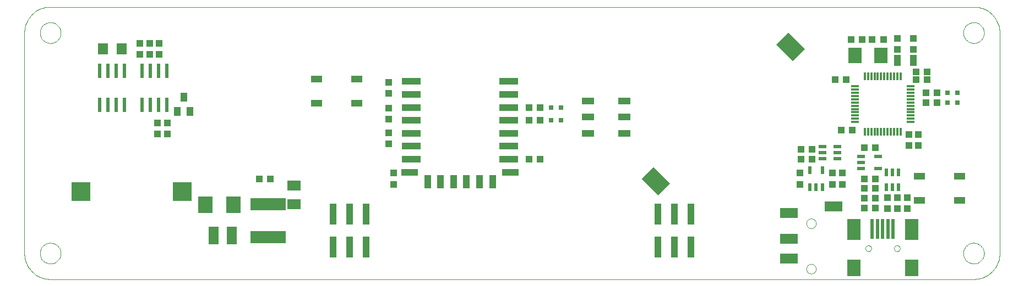
<source format=gtp>
G75*
G70*
%OFA0B0*%
%FSLAX24Y24*%
%IPPOS*%
%LPD*%
%AMOC8*
5,1,8,0,0,1.08239X$1,22.5*
%
%ADD10C,0.0000*%
%ADD11R,0.0433X0.0394*%
%ADD12R,0.0394X0.0433*%
%ADD13R,0.0315X0.0315*%
%ADD14R,0.0787X0.0984*%
%ADD15R,0.0787X0.1299*%
%ADD16R,0.0197X0.1220*%
%ADD17R,0.0472X0.0217*%
%ADD18R,0.1181X0.1181*%
%ADD19R,0.0236X0.0866*%
%ADD20R,0.0394X0.0551*%
%ADD21R,0.0630X0.0710*%
%ADD22R,0.0906X0.0984*%
%ADD23R,0.2165X0.0728*%
%ADD24R,0.0630X0.1063*%
%ADD25R,0.0787X0.0630*%
%ADD26R,0.0709X0.0433*%
%ADD27R,0.0118X0.0472*%
%ADD28R,0.0472X0.0118*%
%ADD29R,0.0236X0.0472*%
%ADD30R,0.0472X0.0236*%
%ADD31R,0.1102X0.0591*%
%ADD32R,0.0787X0.0945*%
%ADD33R,0.0217X0.0472*%
%ADD34R,0.0394X0.0709*%
%ADD35R,0.0400X0.1300*%
%ADD36R,0.0394X0.0787*%
%ADD37R,0.0984X0.0394*%
%ADD38R,0.1181X0.0394*%
%ADD39R,0.1417X0.1024*%
%ADD40R,0.0768X0.0433*%
D10*
X001725Y000937D02*
X057630Y000937D01*
X057000Y002512D02*
X057002Y002562D01*
X057008Y002612D01*
X057018Y002661D01*
X057032Y002709D01*
X057049Y002756D01*
X057070Y002801D01*
X057095Y002845D01*
X057123Y002886D01*
X057155Y002925D01*
X057189Y002962D01*
X057226Y002996D01*
X057266Y003026D01*
X057308Y003053D01*
X057352Y003077D01*
X057398Y003098D01*
X057445Y003114D01*
X057493Y003127D01*
X057543Y003136D01*
X057592Y003141D01*
X057643Y003142D01*
X057693Y003139D01*
X057742Y003132D01*
X057791Y003121D01*
X057839Y003106D01*
X057885Y003088D01*
X057930Y003066D01*
X057973Y003040D01*
X058014Y003011D01*
X058053Y002979D01*
X058089Y002944D01*
X058121Y002906D01*
X058151Y002866D01*
X058178Y002823D01*
X058201Y002779D01*
X058220Y002733D01*
X058236Y002685D01*
X058248Y002636D01*
X058256Y002587D01*
X058260Y002537D01*
X058260Y002487D01*
X058256Y002437D01*
X058248Y002388D01*
X058236Y002339D01*
X058220Y002291D01*
X058201Y002245D01*
X058178Y002201D01*
X058151Y002158D01*
X058121Y002118D01*
X058089Y002080D01*
X058053Y002045D01*
X058014Y002013D01*
X057973Y001984D01*
X057930Y001958D01*
X057885Y001936D01*
X057839Y001918D01*
X057791Y001903D01*
X057742Y001892D01*
X057693Y001885D01*
X057643Y001882D01*
X057592Y001883D01*
X057543Y001888D01*
X057493Y001897D01*
X057445Y001910D01*
X057398Y001926D01*
X057352Y001947D01*
X057308Y001971D01*
X057266Y001998D01*
X057226Y002028D01*
X057189Y002062D01*
X057155Y002099D01*
X057123Y002138D01*
X057095Y002179D01*
X057070Y002223D01*
X057049Y002268D01*
X057032Y002315D01*
X057018Y002363D01*
X057008Y002412D01*
X057002Y002462D01*
X057000Y002512D01*
X057630Y000937D02*
X057707Y000939D01*
X057784Y000945D01*
X057861Y000954D01*
X057937Y000967D01*
X058013Y000984D01*
X058087Y001005D01*
X058161Y001029D01*
X058233Y001057D01*
X058303Y001088D01*
X058372Y001123D01*
X058440Y001161D01*
X058505Y001202D01*
X058568Y001247D01*
X058629Y001295D01*
X058688Y001345D01*
X058744Y001398D01*
X058797Y001454D01*
X058847Y001513D01*
X058895Y001574D01*
X058940Y001637D01*
X058981Y001702D01*
X059019Y001770D01*
X059054Y001839D01*
X059085Y001909D01*
X059113Y001981D01*
X059137Y002055D01*
X059158Y002129D01*
X059175Y002205D01*
X059188Y002281D01*
X059197Y002358D01*
X059203Y002435D01*
X059205Y002512D01*
X059205Y015898D01*
X057000Y015898D02*
X057002Y015948D01*
X057008Y015998D01*
X057018Y016047D01*
X057032Y016095D01*
X057049Y016142D01*
X057070Y016187D01*
X057095Y016231D01*
X057123Y016272D01*
X057155Y016311D01*
X057189Y016348D01*
X057226Y016382D01*
X057266Y016412D01*
X057308Y016439D01*
X057352Y016463D01*
X057398Y016484D01*
X057445Y016500D01*
X057493Y016513D01*
X057543Y016522D01*
X057592Y016527D01*
X057643Y016528D01*
X057693Y016525D01*
X057742Y016518D01*
X057791Y016507D01*
X057839Y016492D01*
X057885Y016474D01*
X057930Y016452D01*
X057973Y016426D01*
X058014Y016397D01*
X058053Y016365D01*
X058089Y016330D01*
X058121Y016292D01*
X058151Y016252D01*
X058178Y016209D01*
X058201Y016165D01*
X058220Y016119D01*
X058236Y016071D01*
X058248Y016022D01*
X058256Y015973D01*
X058260Y015923D01*
X058260Y015873D01*
X058256Y015823D01*
X058248Y015774D01*
X058236Y015725D01*
X058220Y015677D01*
X058201Y015631D01*
X058178Y015587D01*
X058151Y015544D01*
X058121Y015504D01*
X058089Y015466D01*
X058053Y015431D01*
X058014Y015399D01*
X057973Y015370D01*
X057930Y015344D01*
X057885Y015322D01*
X057839Y015304D01*
X057791Y015289D01*
X057742Y015278D01*
X057693Y015271D01*
X057643Y015268D01*
X057592Y015269D01*
X057543Y015274D01*
X057493Y015283D01*
X057445Y015296D01*
X057398Y015312D01*
X057352Y015333D01*
X057308Y015357D01*
X057266Y015384D01*
X057226Y015414D01*
X057189Y015448D01*
X057155Y015485D01*
X057123Y015524D01*
X057095Y015565D01*
X057070Y015609D01*
X057049Y015654D01*
X057032Y015701D01*
X057018Y015749D01*
X057008Y015798D01*
X057002Y015848D01*
X057000Y015898D01*
X057630Y017473D02*
X057707Y017471D01*
X057784Y017465D01*
X057861Y017456D01*
X057937Y017443D01*
X058013Y017426D01*
X058087Y017405D01*
X058161Y017381D01*
X058233Y017353D01*
X058303Y017322D01*
X058372Y017287D01*
X058440Y017249D01*
X058505Y017208D01*
X058568Y017163D01*
X058629Y017115D01*
X058688Y017065D01*
X058744Y017012D01*
X058797Y016956D01*
X058847Y016897D01*
X058895Y016836D01*
X058940Y016773D01*
X058981Y016708D01*
X059019Y016640D01*
X059054Y016571D01*
X059085Y016501D01*
X059113Y016429D01*
X059137Y016355D01*
X059158Y016281D01*
X059175Y016205D01*
X059188Y016129D01*
X059197Y016052D01*
X059203Y015975D01*
X059205Y015898D01*
X057630Y017473D02*
X001725Y017473D01*
X001095Y015898D02*
X001097Y015948D01*
X001103Y015998D01*
X001113Y016047D01*
X001127Y016095D01*
X001144Y016142D01*
X001165Y016187D01*
X001190Y016231D01*
X001218Y016272D01*
X001250Y016311D01*
X001284Y016348D01*
X001321Y016382D01*
X001361Y016412D01*
X001403Y016439D01*
X001447Y016463D01*
X001493Y016484D01*
X001540Y016500D01*
X001588Y016513D01*
X001638Y016522D01*
X001687Y016527D01*
X001738Y016528D01*
X001788Y016525D01*
X001837Y016518D01*
X001886Y016507D01*
X001934Y016492D01*
X001980Y016474D01*
X002025Y016452D01*
X002068Y016426D01*
X002109Y016397D01*
X002148Y016365D01*
X002184Y016330D01*
X002216Y016292D01*
X002246Y016252D01*
X002273Y016209D01*
X002296Y016165D01*
X002315Y016119D01*
X002331Y016071D01*
X002343Y016022D01*
X002351Y015973D01*
X002355Y015923D01*
X002355Y015873D01*
X002351Y015823D01*
X002343Y015774D01*
X002331Y015725D01*
X002315Y015677D01*
X002296Y015631D01*
X002273Y015587D01*
X002246Y015544D01*
X002216Y015504D01*
X002184Y015466D01*
X002148Y015431D01*
X002109Y015399D01*
X002068Y015370D01*
X002025Y015344D01*
X001980Y015322D01*
X001934Y015304D01*
X001886Y015289D01*
X001837Y015278D01*
X001788Y015271D01*
X001738Y015268D01*
X001687Y015269D01*
X001638Y015274D01*
X001588Y015283D01*
X001540Y015296D01*
X001493Y015312D01*
X001447Y015333D01*
X001403Y015357D01*
X001361Y015384D01*
X001321Y015414D01*
X001284Y015448D01*
X001250Y015485D01*
X001218Y015524D01*
X001190Y015565D01*
X001165Y015609D01*
X001144Y015654D01*
X001127Y015701D01*
X001113Y015749D01*
X001103Y015798D01*
X001097Y015848D01*
X001095Y015898D01*
X000150Y015898D02*
X000152Y015975D01*
X000158Y016052D01*
X000167Y016129D01*
X000180Y016205D01*
X000197Y016281D01*
X000218Y016355D01*
X000242Y016429D01*
X000270Y016501D01*
X000301Y016571D01*
X000336Y016640D01*
X000374Y016708D01*
X000415Y016773D01*
X000460Y016836D01*
X000508Y016897D01*
X000558Y016956D01*
X000611Y017012D01*
X000667Y017065D01*
X000726Y017115D01*
X000787Y017163D01*
X000850Y017208D01*
X000915Y017249D01*
X000983Y017287D01*
X001052Y017322D01*
X001122Y017353D01*
X001194Y017381D01*
X001268Y017405D01*
X001342Y017426D01*
X001418Y017443D01*
X001494Y017456D01*
X001571Y017465D01*
X001648Y017471D01*
X001725Y017473D01*
X000150Y015898D02*
X000150Y002512D01*
X001095Y002512D02*
X001097Y002562D01*
X001103Y002612D01*
X001113Y002661D01*
X001127Y002709D01*
X001144Y002756D01*
X001165Y002801D01*
X001190Y002845D01*
X001218Y002886D01*
X001250Y002925D01*
X001284Y002962D01*
X001321Y002996D01*
X001361Y003026D01*
X001403Y003053D01*
X001447Y003077D01*
X001493Y003098D01*
X001540Y003114D01*
X001588Y003127D01*
X001638Y003136D01*
X001687Y003141D01*
X001738Y003142D01*
X001788Y003139D01*
X001837Y003132D01*
X001886Y003121D01*
X001934Y003106D01*
X001980Y003088D01*
X002025Y003066D01*
X002068Y003040D01*
X002109Y003011D01*
X002148Y002979D01*
X002184Y002944D01*
X002216Y002906D01*
X002246Y002866D01*
X002273Y002823D01*
X002296Y002779D01*
X002315Y002733D01*
X002331Y002685D01*
X002343Y002636D01*
X002351Y002587D01*
X002355Y002537D01*
X002355Y002487D01*
X002351Y002437D01*
X002343Y002388D01*
X002331Y002339D01*
X002315Y002291D01*
X002296Y002245D01*
X002273Y002201D01*
X002246Y002158D01*
X002216Y002118D01*
X002184Y002080D01*
X002148Y002045D01*
X002109Y002013D01*
X002068Y001984D01*
X002025Y001958D01*
X001980Y001936D01*
X001934Y001918D01*
X001886Y001903D01*
X001837Y001892D01*
X001788Y001885D01*
X001738Y001882D01*
X001687Y001883D01*
X001638Y001888D01*
X001588Y001897D01*
X001540Y001910D01*
X001493Y001926D01*
X001447Y001947D01*
X001403Y001971D01*
X001361Y001998D01*
X001321Y002028D01*
X001284Y002062D01*
X001250Y002099D01*
X001218Y002138D01*
X001190Y002179D01*
X001165Y002223D01*
X001144Y002268D01*
X001127Y002315D01*
X001113Y002363D01*
X001103Y002412D01*
X001097Y002462D01*
X001095Y002512D01*
X000150Y002512D02*
X000152Y002435D01*
X000158Y002358D01*
X000167Y002281D01*
X000180Y002205D01*
X000197Y002129D01*
X000218Y002055D01*
X000242Y001981D01*
X000270Y001909D01*
X000301Y001839D01*
X000336Y001770D01*
X000374Y001702D01*
X000415Y001637D01*
X000460Y001574D01*
X000508Y001513D01*
X000558Y001454D01*
X000611Y001398D01*
X000667Y001345D01*
X000726Y001295D01*
X000787Y001247D01*
X000850Y001202D01*
X000915Y001161D01*
X000983Y001123D01*
X001052Y001088D01*
X001122Y001057D01*
X001194Y001029D01*
X001268Y001005D01*
X001342Y000984D01*
X001418Y000967D01*
X001494Y000954D01*
X001571Y000945D01*
X001648Y000939D01*
X001725Y000937D01*
X047493Y001567D02*
X047495Y001601D01*
X047501Y001635D01*
X047511Y001668D01*
X047524Y001699D01*
X047542Y001729D01*
X047562Y001757D01*
X047586Y001782D01*
X047612Y001804D01*
X047640Y001822D01*
X047671Y001838D01*
X047703Y001850D01*
X047737Y001858D01*
X047771Y001862D01*
X047805Y001862D01*
X047839Y001858D01*
X047873Y001850D01*
X047905Y001838D01*
X047935Y001822D01*
X047964Y001804D01*
X047990Y001782D01*
X048014Y001757D01*
X048034Y001729D01*
X048052Y001699D01*
X048065Y001668D01*
X048075Y001635D01*
X048081Y001601D01*
X048083Y001567D01*
X048081Y001533D01*
X048075Y001499D01*
X048065Y001466D01*
X048052Y001435D01*
X048034Y001405D01*
X048014Y001377D01*
X047990Y001352D01*
X047964Y001330D01*
X047936Y001312D01*
X047905Y001296D01*
X047873Y001284D01*
X047839Y001276D01*
X047805Y001272D01*
X047771Y001272D01*
X047737Y001276D01*
X047703Y001284D01*
X047671Y001296D01*
X047640Y001312D01*
X047612Y001330D01*
X047586Y001352D01*
X047562Y001377D01*
X047542Y001405D01*
X047524Y001435D01*
X047511Y001466D01*
X047501Y001499D01*
X047495Y001533D01*
X047493Y001567D01*
X051075Y002807D02*
X051077Y002833D01*
X051083Y002859D01*
X051093Y002884D01*
X051106Y002907D01*
X051122Y002927D01*
X051142Y002945D01*
X051164Y002960D01*
X051187Y002972D01*
X051213Y002980D01*
X051239Y002984D01*
X051265Y002984D01*
X051291Y002980D01*
X051317Y002972D01*
X051341Y002960D01*
X051362Y002945D01*
X051382Y002927D01*
X051398Y002907D01*
X051411Y002884D01*
X051421Y002859D01*
X051427Y002833D01*
X051429Y002807D01*
X051427Y002781D01*
X051421Y002755D01*
X051411Y002730D01*
X051398Y002707D01*
X051382Y002687D01*
X051362Y002669D01*
X051340Y002654D01*
X051317Y002642D01*
X051291Y002634D01*
X051265Y002630D01*
X051239Y002630D01*
X051213Y002634D01*
X051187Y002642D01*
X051163Y002654D01*
X051142Y002669D01*
X051122Y002687D01*
X051106Y002707D01*
X051093Y002730D01*
X051083Y002755D01*
X051077Y002781D01*
X051075Y002807D01*
X052808Y002807D02*
X052810Y002833D01*
X052816Y002859D01*
X052826Y002884D01*
X052839Y002907D01*
X052855Y002927D01*
X052875Y002945D01*
X052897Y002960D01*
X052920Y002972D01*
X052946Y002980D01*
X052972Y002984D01*
X052998Y002984D01*
X053024Y002980D01*
X053050Y002972D01*
X053074Y002960D01*
X053095Y002945D01*
X053115Y002927D01*
X053131Y002907D01*
X053144Y002884D01*
X053154Y002859D01*
X053160Y002833D01*
X053162Y002807D01*
X053160Y002781D01*
X053154Y002755D01*
X053144Y002730D01*
X053131Y002707D01*
X053115Y002687D01*
X053095Y002669D01*
X053073Y002654D01*
X053050Y002642D01*
X053024Y002634D01*
X052998Y002630D01*
X052972Y002630D01*
X052946Y002634D01*
X052920Y002642D01*
X052896Y002654D01*
X052875Y002669D01*
X052855Y002687D01*
X052839Y002707D01*
X052826Y002730D01*
X052816Y002755D01*
X052810Y002781D01*
X052808Y002807D01*
X047493Y004323D02*
X047495Y004357D01*
X047501Y004391D01*
X047511Y004424D01*
X047524Y004455D01*
X047542Y004485D01*
X047562Y004513D01*
X047586Y004538D01*
X047612Y004560D01*
X047640Y004578D01*
X047671Y004594D01*
X047703Y004606D01*
X047737Y004614D01*
X047771Y004618D01*
X047805Y004618D01*
X047839Y004614D01*
X047873Y004606D01*
X047905Y004594D01*
X047935Y004578D01*
X047964Y004560D01*
X047990Y004538D01*
X048014Y004513D01*
X048034Y004485D01*
X048052Y004455D01*
X048065Y004424D01*
X048075Y004391D01*
X048081Y004357D01*
X048083Y004323D01*
X048081Y004289D01*
X048075Y004255D01*
X048065Y004222D01*
X048052Y004191D01*
X048034Y004161D01*
X048014Y004133D01*
X047990Y004108D01*
X047964Y004086D01*
X047936Y004068D01*
X047905Y004052D01*
X047873Y004040D01*
X047839Y004032D01*
X047805Y004028D01*
X047771Y004028D01*
X047737Y004032D01*
X047703Y004040D01*
X047671Y004052D01*
X047640Y004068D01*
X047612Y004086D01*
X047586Y004108D01*
X047562Y004133D01*
X047542Y004161D01*
X047524Y004191D01*
X047511Y004222D01*
X047501Y004255D01*
X047495Y004289D01*
X047493Y004323D01*
D11*
X052414Y005229D03*
X053004Y005229D03*
X053595Y005229D03*
X053595Y005898D03*
X053004Y005898D03*
X052414Y005898D03*
X051666Y006449D03*
X050996Y006449D03*
X050996Y007040D03*
X051666Y007040D03*
X051666Y008910D03*
X050996Y008910D03*
X050288Y009993D03*
X049619Y009993D03*
X054284Y009737D03*
X054284Y009067D03*
X054146Y013044D03*
X054815Y013044D03*
X054815Y013536D03*
X054146Y013536D03*
X049894Y013044D03*
X049225Y013044D03*
X050209Y015504D03*
X050878Y015504D03*
X051489Y015504D03*
X052158Y015504D03*
X022197Y012886D03*
X022197Y012217D03*
X022197Y011311D03*
X022197Y010642D03*
X022197Y009835D03*
X022197Y009166D03*
X007729Y014579D03*
X007729Y015248D03*
D12*
X008319Y015248D03*
X007138Y015248D03*
X007138Y014579D03*
X008319Y014579D03*
X008221Y010426D03*
X008811Y010426D03*
X008811Y009756D03*
X008221Y009756D03*
X014382Y007040D03*
X015052Y007040D03*
X022493Y007374D03*
X022493Y006705D03*
X030721Y008221D03*
X031390Y008221D03*
X031390Y010583D03*
X030721Y010583D03*
X030721Y011370D03*
X031390Y011370D03*
X047158Y008811D03*
X047827Y008811D03*
X047827Y008221D03*
X047158Y008221D03*
X047099Y007374D03*
X049067Y007374D03*
X049658Y007374D03*
X049658Y006705D03*
X049067Y006705D03*
X047099Y006705D03*
X050996Y005859D03*
X051666Y005859D03*
X051666Y005268D03*
X050996Y005268D03*
X053693Y009067D03*
X053693Y009737D03*
X054737Y011666D03*
X055406Y011666D03*
X055406Y012256D03*
X054737Y012256D03*
X053989Y014874D03*
X053004Y014874D03*
X053004Y015544D03*
X053989Y015544D03*
D13*
X056056Y012256D03*
X056646Y012256D03*
X056646Y011666D03*
X056056Y011666D03*
X032630Y011370D03*
X032040Y011370D03*
X032040Y010583D03*
X032630Y010583D03*
D14*
X050367Y001626D03*
X053870Y001626D03*
D15*
X053870Y003949D03*
X050367Y003949D03*
D16*
X051489Y003989D03*
X051804Y003989D03*
X052119Y003989D03*
X052433Y003989D03*
X052748Y003989D03*
D17*
X051843Y007650D03*
X050819Y007650D03*
X050819Y008024D03*
X050819Y008398D03*
X051843Y008398D03*
D18*
X009717Y006252D03*
X003575Y006252D03*
D19*
X004715Y011528D03*
X005215Y011528D03*
X005715Y011528D03*
X006215Y011528D03*
X007274Y011528D03*
X007774Y011528D03*
X008274Y011528D03*
X008774Y011528D03*
X008774Y013575D03*
X008274Y013575D03*
X007774Y013575D03*
X007274Y013575D03*
X006215Y013575D03*
X005715Y013575D03*
X005215Y013575D03*
X004715Y013575D03*
D20*
X009796Y012000D03*
X010170Y011134D03*
X009422Y011134D03*
D21*
X006025Y014914D03*
X004905Y014914D03*
D22*
X011115Y005465D03*
X012807Y005465D03*
D23*
X014914Y005485D03*
X014914Y003477D03*
D24*
X012709Y003595D03*
X011607Y003595D03*
D25*
X016489Y005504D03*
X016489Y006607D03*
D26*
X017827Y011626D03*
X020268Y011626D03*
X020268Y013083D03*
X017827Y013083D03*
X054343Y007178D03*
X056784Y007178D03*
X056784Y005721D03*
X054343Y005721D03*
D27*
X053201Y009894D03*
X053004Y009894D03*
X052807Y009894D03*
X052611Y009894D03*
X052414Y009894D03*
X052217Y009894D03*
X052020Y009894D03*
X051823Y009894D03*
X051626Y009894D03*
X051430Y009894D03*
X051233Y009894D03*
X051036Y009894D03*
X051036Y013241D03*
X051233Y013241D03*
X051430Y013241D03*
X051626Y013241D03*
X051823Y013241D03*
X052020Y013241D03*
X052217Y013241D03*
X052414Y013241D03*
X052611Y013241D03*
X052807Y013241D03*
X053004Y013241D03*
X053201Y013241D03*
D28*
X053792Y012650D03*
X053792Y012453D03*
X053792Y012256D03*
X053792Y012059D03*
X053792Y011863D03*
X053792Y011666D03*
X053792Y011469D03*
X053792Y011272D03*
X053792Y011075D03*
X053792Y010878D03*
X053792Y010681D03*
X053792Y010485D03*
X050445Y010485D03*
X050445Y010681D03*
X050445Y010878D03*
X050445Y011075D03*
X050445Y011272D03*
X050445Y011469D03*
X050445Y011666D03*
X050445Y011863D03*
X050445Y012059D03*
X050445Y012256D03*
X050445Y012453D03*
X050445Y012650D03*
D29*
X052335Y007433D03*
X052709Y007433D03*
X053083Y007433D03*
X053083Y006528D03*
X052709Y006528D03*
X052335Y006528D03*
D30*
X049382Y008241D03*
X049382Y008615D03*
X048477Y008615D03*
X048477Y008241D03*
X048477Y008989D03*
X049382Y008989D03*
D31*
X049126Y005347D03*
X046449Y004953D03*
X046449Y003378D03*
X046449Y002197D03*
D32*
X050445Y014520D03*
X052020Y014520D03*
D33*
X048457Y007552D03*
X047709Y007552D03*
X047709Y006528D03*
X048083Y006528D03*
X048457Y006528D03*
D34*
X053004Y014225D03*
X053989Y014225D03*
D35*
X040520Y004890D03*
X039520Y004890D03*
X038520Y004890D03*
X038520Y002890D03*
X039520Y002890D03*
X040520Y002890D03*
X020835Y002890D03*
X019835Y002890D03*
X018835Y002890D03*
X018835Y004890D03*
X019835Y004890D03*
X020835Y004890D03*
D36*
X024559Y006843D03*
X025347Y006843D03*
X026134Y006843D03*
X026922Y006843D03*
X027709Y006843D03*
X028496Y006843D03*
D37*
X029579Y007433D03*
X023477Y007433D03*
D38*
X023575Y008221D03*
X023575Y009008D03*
X023575Y009796D03*
X023575Y010583D03*
X023575Y011370D03*
X023575Y012158D03*
X023575Y012945D03*
X029481Y012945D03*
X029481Y012158D03*
X029481Y011370D03*
X029481Y010583D03*
X029481Y009796D03*
X029481Y009008D03*
X029481Y008221D03*
D39*
G36*
X038532Y006036D02*
X037532Y007036D01*
X038256Y007760D01*
X039256Y006760D01*
X038532Y006036D01*
G37*
G36*
X046689Y014193D02*
X045689Y015193D01*
X046413Y015917D01*
X047413Y014917D01*
X046689Y014193D01*
G37*
D40*
X036489Y011764D03*
X034284Y011764D03*
X034284Y010780D03*
X036489Y010780D03*
X036489Y009796D03*
X034284Y009796D03*
M02*

</source>
